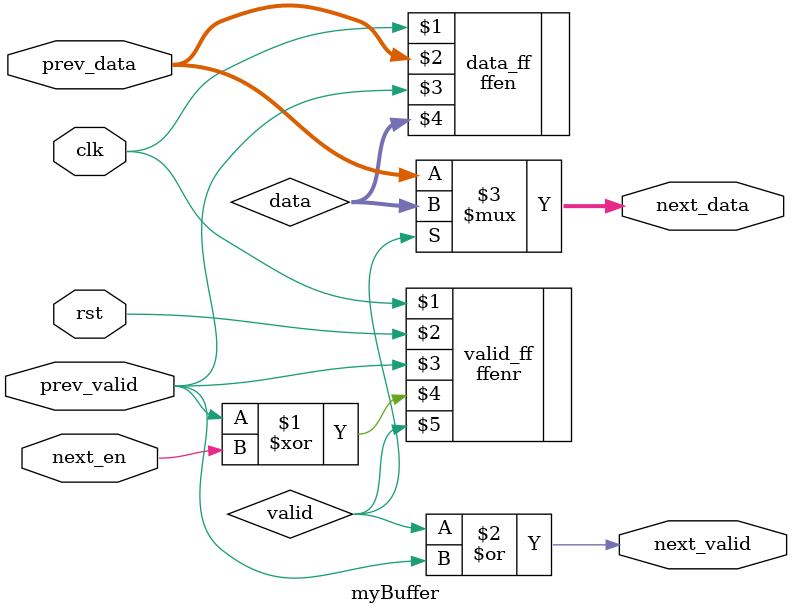
<source format=sv>
module myBuffer #(
    parameter WIDTH = 8
) (
    input                    clk,
    input                    rst,
    input  logic             prev_valid,
    input  logic [WIDTH-1:0] prev_data,
    input  logic             next_en,
    output logic             next_valid,
    output logic [WIDTH-1:0] next_data
);

  logic             valid;
  logic [WIDTH-1:0] data;

  ffenr #(1) valid_ff (
      clk,
      rst,
      prev_valid,
      prev_valid ^ next_en,
      valid
  );
  ffen #(WIDTH) data_ff (
      clk,
      prev_data,
      prev_valid,
      data
  );

  assign next_valid = valid | prev_valid;
  assign next_data  = valid ? data : prev_data;
endmodule

</source>
